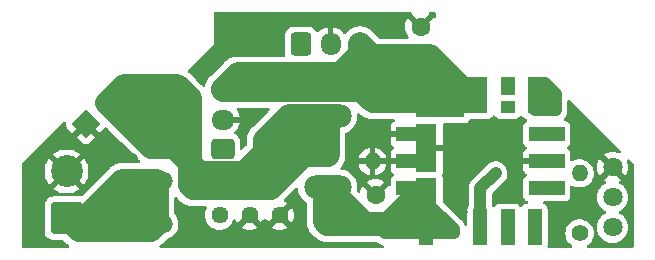
<source format=gbr>
%TF.GenerationSoftware,KiCad,Pcbnew,7.0.9*%
%TF.CreationDate,2024-06-22T14:59:43+09:00*%
%TF.ProjectId,PSU,5053552e-6b69-4636-9164-5f7063625858,rev?*%
%TF.SameCoordinates,Original*%
%TF.FileFunction,Copper,L1,Top*%
%TF.FilePolarity,Positive*%
%FSLAX46Y46*%
G04 Gerber Fmt 4.6, Leading zero omitted, Abs format (unit mm)*
G04 Created by KiCad (PCBNEW 7.0.9) date 2024-06-22 14:59:43*
%MOMM*%
%LPD*%
G01*
G04 APERTURE LIST*
G04 Aperture macros list*
%AMRoundRect*
0 Rectangle with rounded corners*
0 $1 Rounding radius*
0 $2 $3 $4 $5 $6 $7 $8 $9 X,Y pos of 4 corners*
0 Add a 4 corners polygon primitive as box body*
4,1,4,$2,$3,$4,$5,$6,$7,$8,$9,$2,$3,0*
0 Add four circle primitives for the rounded corners*
1,1,$1+$1,$2,$3*
1,1,$1+$1,$4,$5*
1,1,$1+$1,$6,$7*
1,1,$1+$1,$8,$9*
0 Add four rect primitives between the rounded corners*
20,1,$1+$1,$2,$3,$4,$5,0*
20,1,$1+$1,$4,$5,$6,$7,0*
20,1,$1+$1,$6,$7,$8,$9,0*
20,1,$1+$1,$8,$9,$2,$3,0*%
%AMHorizOval*
0 Thick line with rounded ends*
0 $1 width*
0 $2 $3 position (X,Y) of the first rounded end (center of the circle)*
0 $4 $5 position (X,Y) of the second rounded end (center of the circle)*
0 Add line between two ends*
20,1,$1,$2,$3,$4,$5,0*
0 Add two circle primitives to create the rounded ends*
1,1,$1,$2,$3*
1,1,$1,$4,$5*%
%AMRotRect*
0 Rectangle, with rotation*
0 The origin of the aperture is its center*
0 $1 length*
0 $2 width*
0 $3 Rotation angle, in degrees counterclockwise*
0 Add horizontal line*
21,1,$1,$2,0,0,$3*%
%AMOutline4P*
0 Free polygon, 4 corners , with rotation*
0 The origin of the aperture is its center*
0 number of corners: always 4*
0 $1 to $8 corner X, Y*
0 $9 Rotation angle, in degrees counterclockwise*
0 create outline with 4 corners*
4,1,4,$1,$2,$3,$4,$5,$6,$7,$8,$1,$2,$9*%
G04 Aperture macros list end*
%TA.AperFunction,ComponentPad*%
%ADD10C,1.600000*%
%TD*%
%TA.AperFunction,ComponentPad*%
%ADD11C,1.400000*%
%TD*%
%TA.AperFunction,ComponentPad*%
%ADD12O,1.400000X1.400000*%
%TD*%
%TA.AperFunction,ComponentPad*%
%ADD13C,1.635000*%
%TD*%
%TA.AperFunction,ComponentPad*%
%ADD14RotRect,1.700000X1.700000X135.000000*%
%TD*%
%TA.AperFunction,ComponentPad*%
%ADD15HorizOval,1.700000X0.000000X0.000000X0.000000X0.000000X0*%
%TD*%
%TA.AperFunction,ComponentPad*%
%ADD16RoundRect,0.250000X0.725000X-0.600000X0.725000X0.600000X-0.725000X0.600000X-0.725000X-0.600000X0*%
%TD*%
%TA.AperFunction,ComponentPad*%
%ADD17O,1.950000X1.700000*%
%TD*%
%TA.AperFunction,ComponentPad*%
%ADD18O,2.700000X1.500000*%
%TD*%
%TA.AperFunction,ComponentPad*%
%ADD19RoundRect,0.250001X1.099999X-1.099999X1.099999X1.099999X-1.099999X1.099999X-1.099999X-1.099999X0*%
%TD*%
%TA.AperFunction,ComponentPad*%
%ADD20C,2.700000*%
%TD*%
%TA.AperFunction,ComponentPad*%
%ADD21RoundRect,0.250000X-0.600000X-0.725000X0.600000X-0.725000X0.600000X0.725000X-0.600000X0.725000X0*%
%TD*%
%TA.AperFunction,ComponentPad*%
%ADD22O,1.700000X1.950000*%
%TD*%
%TA.AperFunction,ComponentPad*%
%ADD23C,1.440000*%
%TD*%
%TA.AperFunction,SMDPad,CuDef*%
%ADD24Outline4P,-1.500000X-0.600000X1.500000X-0.600000X1.500000X0.600000X-1.500000X0.600000X90.000000*%
%TD*%
%TA.AperFunction,SMDPad,CuDef*%
%ADD25Outline4P,-2.035000X-0.885000X2.035000X-0.885000X2.035000X0.885000X-2.035000X0.885000X90.000000*%
%TD*%
%TA.AperFunction,SMDPad,CuDef*%
%ADD26Outline4P,-0.600000X-1.500000X0.600000X-1.500000X0.600000X1.500000X-0.600000X1.500000X90.000000*%
%TD*%
%TA.AperFunction,SMDPad,CuDef*%
%ADD27Outline4P,-0.885000X-2.035000X0.885000X-2.035000X0.885000X2.035000X-0.885000X2.035000X90.000000*%
%TD*%
%TA.AperFunction,SMDPad,CuDef*%
%ADD28Outline4P,-0.750000X-0.600000X0.750000X-0.600000X0.750000X0.600000X-0.750000X0.600000X90.000000*%
%TD*%
%TA.AperFunction,SMDPad,CuDef*%
%ADD29Outline4P,-0.500000X-0.600000X0.500000X-0.600000X0.500000X0.600000X-0.500000X0.600000X90.000000*%
%TD*%
%TA.AperFunction,ComponentPad*%
%ADD30O,4.000000X2.000000*%
%TD*%
%TA.AperFunction,ViaPad*%
%ADD31C,0.800000*%
%TD*%
%TA.AperFunction,Conductor*%
%ADD32C,2.000000*%
%TD*%
%TA.AperFunction,Conductor*%
%ADD33C,1.000000*%
%TD*%
G04 APERTURE END LIST*
D10*
%TO.P,C2,1*%
%TO.N,+5V*%
X160274000Y-82550000D03*
%TO.P,C2,2*%
%TO.N,GND*%
X160274000Y-80050000D03*
%TD*%
%TO.P,C1,1*%
%TO.N,+12V*%
X156464000Y-96754000D03*
%TO.P,C1,2*%
%TO.N,GND*%
X156464000Y-94254000D03*
%TD*%
D11*
%TO.P,R1,1*%
%TO.N,+12V*%
X173736000Y-97536000D03*
D12*
%TO.P,R1,2*%
%TO.N,Net-(U1-ON{slash}OFF_CTRL)*%
X173736000Y-92456000D03*
%TD*%
D13*
%TO.P,SW1,1*%
%TO.N,GND*%
X176530000Y-91948000D03*
%TO.P,SW1,2*%
%TO.N,Net-(U1-ON{slash}OFF_CTRL)*%
X176530000Y-94488000D03*
%TO.P,SW1,3*%
%TO.N,N/C*%
X176530000Y-97028000D03*
%TD*%
D14*
%TO.P,MES1,1,-*%
%TO.N,GND*%
X131940439Y-88277562D03*
D15*
%TO.P,MES1,2,+*%
%TO.N,Net-(D1-K)*%
X133736490Y-86481511D03*
%TD*%
D16*
%TO.P,J1,1,Pin_1*%
%TO.N,+12V*%
X143510000Y-90424000D03*
D17*
%TO.P,J1,2,Pin_2*%
%TO.N,GND*%
X143510000Y-87924000D03*
%TO.P,J1,3,Pin_3*%
%TO.N,+5V*%
X143510000Y-85424000D03*
%TD*%
D18*
%TO.P,F1,1*%
%TO.N,Net-(BT1-+)*%
X137922000Y-96774000D03*
X137922000Y-93074000D03*
%TO.P,F1,2*%
%TO.N,Net-(D1-K)*%
X137922000Y-88774000D03*
X137922000Y-85074000D03*
%TD*%
D11*
%TO.P,R2,1*%
%TO.N,+5V*%
X156210000Y-86360000D03*
D12*
%TO.P,R2,2*%
%TO.N,GND*%
X156210000Y-91440000D03*
%TD*%
D19*
%TO.P,BT1,1,+*%
%TO.N,Net-(BT1-+)*%
X130302000Y-96266000D03*
D20*
%TO.P,BT1,2,-*%
%TO.N,GND*%
X130302000Y-92306000D03*
%TD*%
D21*
%TO.P,J2,1,Pin_1*%
%TO.N,+12V*%
X150154000Y-81517000D03*
D22*
%TO.P,J2,2,Pin_2*%
%TO.N,GND*%
X152654000Y-81517000D03*
%TO.P,J2,3,Pin_3*%
%TO.N,+5V*%
X155154000Y-81517000D03*
%TD*%
D23*
%TO.P,RV1,1,1*%
%TO.N,GND*%
X148336000Y-96012000D03*
%TO.P,RV1,2,2*%
X145796000Y-96012000D03*
%TO.P,RV1,3,3*%
%TO.N,Net-(U1-TRIM)*%
X143256000Y-96012000D03*
%TD*%
D24*
%TO.P,U1,1,ON/OFF_CTRL*%
%TO.N,Net-(U1-ON{slash}OFF_CTRL)*%
X165350000Y-97040000D03*
%TO.P,U1,2,VIN*%
%TO.N,+12V*%
X160770000Y-97040000D03*
D25*
X160770000Y-94875000D03*
D26*
X159750000Y-93730000D03*
%TO.P,U1,3,GND*%
%TO.N,GND*%
X159750000Y-91440000D03*
D25*
X160770000Y-90295000D03*
D26*
X159750000Y-89150000D03*
D27*
%TO.P,U1,4,VOUT*%
%TO.N,+5V*%
X161915000Y-86840000D03*
D24*
X160770000Y-85840000D03*
%TO.P,U1,5,SENSE*%
X165350000Y-85840000D03*
%TO.P,U1,6,TRIM*%
%TO.N,Net-(U1-TRIM)*%
X169930000Y-85840000D03*
D26*
%TO.P,U1,7,GND*%
%TO.N,GND*%
X170950000Y-91440000D03*
%TO.P,U1,8*%
%TO.N,N/C*%
X170950000Y-93730000D03*
D24*
%TO.P,U1,9*%
X169930000Y-97040000D03*
%TO.P,U1,10,PG_OUT*%
%TO.N,unconnected-(U1-PG_OUT-Pad10)*%
X167640000Y-97040000D03*
D28*
%TO.P,U1,11*%
%TO.N,N/C*%
X167640000Y-85090000D03*
D26*
%TO.P,U1,12*%
X170950000Y-89150000D03*
D29*
%TO.P,U1,13*%
X167640000Y-86840000D03*
%TD*%
D30*
%TO.P,SW2,1*%
%TO.N,Net-(D1-K)*%
X152400000Y-87630000D03*
%TO.P,SW2,2*%
%TO.N,+12V*%
X152400000Y-93630000D03*
%TD*%
D31*
%TO.N,GND*%
X133604000Y-89408000D03*
X175006000Y-95758000D03*
X173482000Y-90678000D03*
X175260000Y-90678000D03*
X127000000Y-98044000D03*
X143510000Y-98298000D03*
X175260000Y-98298000D03*
X127000000Y-91948000D03*
X155194000Y-92710000D03*
X157226000Y-92710000D03*
X157226000Y-89154000D03*
X177800000Y-98298000D03*
X154432000Y-89408000D03*
X167640000Y-94234000D03*
X168148000Y-88392000D03*
X155194000Y-88138000D03*
X171704000Y-95504000D03*
X132842000Y-92202000D03*
X158242000Y-80010000D03*
X154432000Y-91440000D03*
X173228000Y-87376000D03*
X139446000Y-98298000D03*
X127000000Y-94996000D03*
X174244000Y-89154000D03*
X162560000Y-88646000D03*
X147066000Y-79502000D03*
X150114000Y-96266000D03*
X153924000Y-79502000D03*
X162560000Y-94234000D03*
X141478000Y-95758000D03*
X177800000Y-93218000D03*
X165608000Y-91440000D03*
X162560000Y-90170000D03*
X139954000Y-95504000D03*
X163830000Y-95758000D03*
X151638000Y-79502000D03*
X129794000Y-89662000D03*
X147066000Y-96774000D03*
X165354000Y-88392000D03*
X173482000Y-94234000D03*
X177800000Y-95758000D03*
X144780000Y-82042000D03*
X135890000Y-91186000D03*
X143256000Y-79248000D03*
X141478000Y-84074000D03*
%TO.N,+12V*%
X163068000Y-97536000D03*
%TO.N,Net-(U1-ON{slash}OFF_CTRL)*%
X166624000Y-92456000D03*
%TO.N,Net-(U1-TRIM)*%
X171704000Y-87122000D03*
%TD*%
D32*
%TO.N,Net-(BT1-+)*%
X133731000Y-94361000D02*
X135018000Y-93074000D01*
X130302000Y-96266000D02*
X137414000Y-96266000D01*
X131826000Y-96266000D02*
X133731000Y-94361000D01*
X137414000Y-96266000D02*
X137922000Y-96774000D01*
X136398000Y-94742000D02*
X136017000Y-94361000D01*
X136017000Y-94361000D02*
X133731000Y-94361000D01*
X135018000Y-93074000D02*
X137922000Y-93074000D01*
X134874000Y-96266000D02*
X136398000Y-94742000D01*
X130302000Y-96266000D02*
X131318000Y-97282000D01*
X137922000Y-96774000D02*
X137922000Y-93074000D01*
X131318000Y-97282000D02*
X137414000Y-97282000D01*
X130302000Y-96266000D02*
X134874000Y-96266000D01*
X130302000Y-96266000D02*
X131826000Y-96266000D01*
X137414000Y-97282000D02*
X137922000Y-96774000D01*
D33*
%TO.N,+12V*%
X157480000Y-96754000D02*
X158008000Y-97282000D01*
X163068000Y-97536000D02*
X162020000Y-97536000D01*
X163068000Y-97536000D02*
X157246000Y-97536000D01*
X157246000Y-97536000D02*
X156464000Y-96754000D01*
D32*
X156464000Y-96754000D02*
X157480000Y-96754000D01*
X152400000Y-93630000D02*
X155524000Y-96754000D01*
X152400000Y-93630000D02*
X152146000Y-93884000D01*
D33*
X163068000Y-97173000D02*
X160770000Y-94875000D01*
D32*
X152146000Y-96520000D02*
X152380000Y-96754000D01*
D33*
X162020000Y-97536000D02*
X159359000Y-94875000D01*
D32*
X155524000Y-96754000D02*
X156464000Y-96754000D01*
X152146000Y-93884000D02*
X152146000Y-96520000D01*
X157480000Y-96754000D02*
X159278000Y-96754000D01*
D33*
X160528000Y-97282000D02*
X160770000Y-97040000D01*
X163068000Y-97536000D02*
X163068000Y-97173000D01*
X158008000Y-97282000D02*
X160528000Y-97282000D01*
D32*
X152380000Y-96754000D02*
X156464000Y-96754000D01*
X157480000Y-96754000D02*
X159359000Y-94875000D01*
X159278000Y-96754000D02*
X159766000Y-96266000D01*
%TO.N,+5V*%
X143510000Y-85424000D02*
X155274000Y-85424000D01*
X157965000Y-84328000D02*
X160770000Y-84328000D01*
X161036000Y-82550000D02*
X160274000Y-82550000D01*
X157976000Y-85840000D02*
X160770000Y-85840000D01*
X143510000Y-85424000D02*
X143510000Y-85344000D01*
X156187000Y-82550000D02*
X160274000Y-82550000D01*
X160770000Y-83046000D02*
X160274000Y-82550000D01*
X155154000Y-81517000D02*
X157965000Y-84328000D01*
X143510000Y-85344000D02*
X144780000Y-84074000D01*
X160770000Y-85090000D02*
X160770000Y-84328000D01*
X153416000Y-84074000D02*
X155154000Y-82336000D01*
X155154000Y-81517000D02*
X155154000Y-85304000D01*
X163576000Y-85090000D02*
X160770000Y-85090000D01*
X156210000Y-86360000D02*
X164830000Y-86360000D01*
X155154000Y-81517000D02*
X156187000Y-82550000D01*
X156210000Y-84074000D02*
X157976000Y-85840000D01*
X155154000Y-85304000D02*
X156210000Y-86360000D01*
X144780000Y-84074000D02*
X153416000Y-84074000D01*
X160770000Y-84328000D02*
X160770000Y-83046000D01*
X155154000Y-82336000D02*
X155154000Y-81517000D01*
X155274000Y-85424000D02*
X156210000Y-86360000D01*
X160770000Y-85840000D02*
X160770000Y-85090000D01*
X163830000Y-85344000D02*
X163576000Y-85090000D01*
X163830000Y-85344000D02*
X161036000Y-82550000D01*
X164846000Y-85344000D02*
X163830000Y-85344000D01*
%TO.N,Net-(D1-K)*%
X140208000Y-91060000D02*
X142874000Y-93726000D01*
X149098000Y-90932000D02*
X148590000Y-91440000D01*
X140716000Y-86106000D02*
X140716000Y-91568000D01*
X137922000Y-86614000D02*
X137922000Y-87630000D01*
X140208000Y-91060000D02*
X140716000Y-91568000D01*
X147574000Y-93726000D02*
X150368000Y-90932000D01*
X147556000Y-92474000D02*
X148463000Y-91567000D01*
X148463000Y-88265000D02*
X149479000Y-88265000D01*
X133736490Y-86481511D02*
X137789511Y-86481511D01*
X150368000Y-90932000D02*
X149098000Y-90932000D01*
X137789511Y-86481511D02*
X137922000Y-86614000D01*
X137922000Y-88774000D02*
X139382000Y-90234000D01*
X150622000Y-89408000D02*
X152400000Y-87630000D01*
X140716000Y-93472000D02*
X140970000Y-93726000D01*
X135890000Y-88635021D02*
X135890000Y-88646000D01*
X137794000Y-88646000D02*
X137922000Y-88774000D01*
X133736490Y-86481511D02*
X135890000Y-88635021D01*
X148590000Y-91440000D02*
X150622000Y-89408000D01*
X148463000Y-91567000D02*
X148463000Y-88265000D01*
X137922000Y-85074000D02*
X139684000Y-85074000D01*
X139684000Y-85074000D02*
X140208000Y-85598000D01*
X145288000Y-92474000D02*
X147066000Y-90696000D01*
X133736490Y-86481511D02*
X135144000Y-85074000D01*
X147556000Y-92474000D02*
X148590000Y-91440000D01*
X142874000Y-93726000D02*
X147574000Y-93726000D01*
X147066000Y-90696000D02*
X147066000Y-89662000D01*
X137488979Y-90234000D02*
X139382000Y-90234000D01*
X152400000Y-90932000D02*
X150368000Y-90932000D01*
X135144000Y-85074000D02*
X137922000Y-85074000D01*
X135890000Y-88646000D02*
X137794000Y-88646000D01*
X140716000Y-91568000D02*
X140716000Y-93472000D01*
X147066000Y-89662000D02*
X148463000Y-88265000D01*
X149479000Y-88265000D02*
X150622000Y-89408000D01*
X140208000Y-91060000D02*
X141622000Y-92474000D01*
X140208000Y-85598000D02*
X140716000Y-86106000D01*
X139382000Y-90234000D02*
X141622000Y-92474000D01*
X137922000Y-87630000D02*
X137922000Y-88774000D01*
X137922000Y-85074000D02*
X137922000Y-86106000D01*
X137922000Y-85074000D02*
X137922000Y-86614000D01*
X140208000Y-85598000D02*
X140208000Y-88392000D01*
X152400000Y-87630000D02*
X152400000Y-90932000D01*
X137922000Y-86106000D02*
X140208000Y-88392000D01*
X149098000Y-87630000D02*
X152400000Y-87630000D01*
X148463000Y-88265000D02*
X149098000Y-87630000D01*
X133736490Y-86481511D02*
X137488979Y-90234000D01*
X141622000Y-92474000D02*
X145288000Y-92474000D01*
X145288000Y-92474000D02*
X147556000Y-92474000D01*
X134884979Y-87630000D02*
X137922000Y-87630000D01*
X140970000Y-93726000D02*
X142874000Y-93726000D01*
X133736490Y-86481511D02*
X134884979Y-87630000D01*
X140716000Y-91568000D02*
X141622000Y-92474000D01*
D33*
%TO.N,Net-(U1-ON{slash}OFF_CTRL)*%
X165350000Y-93730000D02*
X166624000Y-92456000D01*
X165350000Y-97040000D02*
X165350000Y-93730000D01*
%TO.N,Net-(U1-TRIM)*%
X169930000Y-85840000D02*
X169930000Y-84840000D01*
X170688000Y-84836000D02*
X170784333Y-84836000D01*
X169930000Y-87122000D02*
X169930000Y-85840000D01*
X171704000Y-86360000D02*
X170434000Y-85090000D01*
X171212000Y-87122000D02*
X169930000Y-85840000D01*
X170434000Y-85090000D02*
X170688000Y-84836000D01*
X169930000Y-85840000D02*
X169930000Y-85594000D01*
X171704000Y-87122000D02*
X171704000Y-86360000D01*
X171704000Y-87122000D02*
X169930000Y-87122000D01*
X170784333Y-84836000D02*
X171704000Y-85755667D01*
X171704000Y-87122000D02*
X171212000Y-87122000D01*
X169930000Y-84840000D02*
X169926000Y-84836000D01*
X169930000Y-85594000D02*
X170434000Y-85090000D01*
X171704000Y-85755667D02*
X171704000Y-87122000D01*
%TD*%
%TA.AperFunction,Conductor*%
%TO.N,GND*%
G36*
X130162168Y-88085613D02*
G01*
X130218101Y-88127485D01*
X130242518Y-88192949D01*
X130241572Y-88219441D01*
X130233216Y-88277561D01*
X130253676Y-88419875D01*
X130253677Y-88419880D01*
X130313403Y-88550659D01*
X130350983Y-88597294D01*
X130809068Y-89055379D01*
X131457361Y-88407085D01*
X131480946Y-88487406D01*
X131558678Y-88608360D01*
X131667339Y-88702514D01*
X131798124Y-88762242D01*
X131807905Y-88763648D01*
X131162621Y-89408932D01*
X131620706Y-89867017D01*
X131667341Y-89904597D01*
X131798120Y-89964323D01*
X131798125Y-89964324D01*
X131940439Y-89984784D01*
X132082752Y-89964324D01*
X132082757Y-89964323D01*
X132213536Y-89904597D01*
X132260171Y-89867017D01*
X132718256Y-89408932D01*
X132718256Y-89408931D01*
X132072972Y-88763648D01*
X132082754Y-88762242D01*
X132213539Y-88702514D01*
X132322200Y-88608360D01*
X132399932Y-88487406D01*
X132423515Y-88407086D01*
X133071808Y-89055379D01*
X133071809Y-89055379D01*
X133529890Y-88597298D01*
X133529896Y-88597291D01*
X133532678Y-88593840D01*
X133590068Y-88553990D01*
X133659894Y-88551494D01*
X133716913Y-88583962D01*
X133755363Y-88622412D01*
X133760452Y-88628174D01*
X133777241Y-88649744D01*
X133777243Y-88649746D01*
X133777244Y-88649747D01*
X133845900Y-88712950D01*
X134075282Y-88942331D01*
X134692444Y-89559493D01*
X134697527Y-89565249D01*
X134701836Y-89570785D01*
X134742273Y-89614712D01*
X134745586Y-89618623D01*
X134782262Y-89665744D01*
X134782264Y-89665746D01*
X134782265Y-89665747D01*
X134782268Y-89665751D01*
X134801155Y-89683137D01*
X134826214Y-89706205D01*
X134829804Y-89709796D01*
X134843083Y-89724221D01*
X134870248Y-89753731D01*
X134870256Y-89753738D01*
X134917381Y-89790417D01*
X134921286Y-89793724D01*
X134965215Y-89834164D01*
X134965221Y-89834168D01*
X134970744Y-89838467D01*
X134976511Y-89843560D01*
X136359363Y-91226412D01*
X136364452Y-91232174D01*
X136381241Y-91253744D01*
X136381243Y-91253746D01*
X136381244Y-91253747D01*
X136449900Y-91316950D01*
X136471845Y-91338894D01*
X136471845Y-91338895D01*
X136490716Y-91354878D01*
X136529151Y-91413226D01*
X136529938Y-91483092D01*
X136492829Y-91542292D01*
X136429604Y-91572031D01*
X136410575Y-91573500D01*
X135115019Y-91573500D01*
X135107347Y-91573024D01*
X135080221Y-91569643D01*
X135080219Y-91569643D01*
X134986965Y-91573500D01*
X134955933Y-91573500D01*
X134925009Y-91576062D01*
X134831763Y-91579919D01*
X134831750Y-91579920D01*
X134805016Y-91585526D01*
X134797408Y-91586635D01*
X134770185Y-91588890D01*
X134770175Y-91588892D01*
X134679711Y-91611801D01*
X134588395Y-91630948D01*
X134588379Y-91630953D01*
X134562935Y-91640881D01*
X134555616Y-91643226D01*
X134529120Y-91649936D01*
X134443659Y-91687422D01*
X134356723Y-91721345D01*
X134333247Y-91735333D01*
X134326413Y-91738851D01*
X134301388Y-91749829D01*
X134301385Y-91749830D01*
X134223275Y-91800862D01*
X134143101Y-91848637D01*
X134122250Y-91866297D01*
X134116087Y-91870892D01*
X134093216Y-91885834D01*
X134066468Y-91910458D01*
X134024564Y-91949033D01*
X134005376Y-91965284D01*
X134000869Y-91969102D01*
X133978922Y-91991049D01*
X133910262Y-92054256D01*
X133893471Y-92075826D01*
X133888382Y-92081588D01*
X132713874Y-93256098D01*
X132691921Y-93278050D01*
X132623262Y-93341256D01*
X132606471Y-93362827D01*
X132601382Y-93368588D01*
X131586639Y-94383331D01*
X131525316Y-94416816D01*
X131486359Y-94419008D01*
X131452024Y-94415501D01*
X131452013Y-94415500D01*
X131452008Y-94415500D01*
X129151992Y-94415500D01*
X129151984Y-94415500D01*
X129049204Y-94426000D01*
X129049203Y-94426001D01*
X128882664Y-94481186D01*
X128882662Y-94481187D01*
X128733348Y-94573286D01*
X128733344Y-94573289D01*
X128609289Y-94697344D01*
X128609286Y-94697348D01*
X128517187Y-94846662D01*
X128517186Y-94846664D01*
X128462001Y-95013203D01*
X128462000Y-95013204D01*
X128451500Y-95115984D01*
X128451500Y-97416015D01*
X128462000Y-97518795D01*
X128462001Y-97518797D01*
X128489593Y-97602065D01*
X128517186Y-97685335D01*
X128517187Y-97685337D01*
X128609286Y-97834651D01*
X128609289Y-97834655D01*
X128733344Y-97958710D01*
X128733348Y-97958713D01*
X128882662Y-98050812D01*
X128882664Y-98050813D01*
X128882666Y-98050814D01*
X129049203Y-98105999D01*
X129151992Y-98116500D01*
X129979110Y-98116500D01*
X130046149Y-98136185D01*
X130066791Y-98152819D01*
X130188384Y-98274412D01*
X130193473Y-98280174D01*
X130210262Y-98301744D01*
X130210264Y-98301746D01*
X130210265Y-98301747D01*
X130278921Y-98364950D01*
X130300866Y-98386894D01*
X130300874Y-98386902D01*
X130324564Y-98406966D01*
X130393215Y-98470164D01*
X130393217Y-98470165D01*
X130393218Y-98470166D01*
X130416086Y-98485106D01*
X130422250Y-98489702D01*
X130432193Y-98498123D01*
X130443107Y-98507367D01*
X130502869Y-98542978D01*
X130550383Y-98594205D01*
X130562659Y-98662987D01*
X130535800Y-98727488D01*
X130478332Y-98767228D01*
X130439395Y-98773500D01*
X126616000Y-98773500D01*
X126548961Y-98753815D01*
X126503206Y-98701011D01*
X126492000Y-98649500D01*
X126492000Y-92306001D01*
X128447274Y-92306001D01*
X128466152Y-92569960D01*
X128522400Y-92828528D01*
X128614884Y-93076487D01*
X128741701Y-93308735D01*
X128741706Y-93308743D01*
X128829038Y-93425406D01*
X128829039Y-93425406D01*
X129550766Y-92703679D01*
X129594316Y-92785822D01*
X129714009Y-92926735D01*
X129861195Y-93038623D01*
X129903402Y-93058150D01*
X129182592Y-93778959D01*
X129182593Y-93778960D01*
X129299256Y-93866293D01*
X129299264Y-93866298D01*
X129531513Y-93993115D01*
X129531512Y-93993115D01*
X129779471Y-94085599D01*
X130038039Y-94141847D01*
X130301999Y-94160726D01*
X130302001Y-94160726D01*
X130565960Y-94141847D01*
X130824528Y-94085599D01*
X131072487Y-93993115D01*
X131304735Y-93866298D01*
X131304736Y-93866297D01*
X131421406Y-93778959D01*
X130700609Y-93058161D01*
X130819431Y-92986669D01*
X130953658Y-92859523D01*
X131056861Y-92707308D01*
X131774959Y-93425406D01*
X131862297Y-93308736D01*
X131862298Y-93308735D01*
X131989115Y-93076487D01*
X132081599Y-92828528D01*
X132137847Y-92569960D01*
X132156726Y-92306001D01*
X132156726Y-92305998D01*
X132137847Y-92042039D01*
X132081599Y-91783471D01*
X131989115Y-91535512D01*
X131862298Y-91303264D01*
X131862293Y-91303256D01*
X131774960Y-91186593D01*
X131774959Y-91186592D01*
X131053232Y-91908319D01*
X131009684Y-91826178D01*
X130889991Y-91685265D01*
X130742805Y-91573377D01*
X130700596Y-91553849D01*
X131421406Y-90833039D01*
X131421406Y-90833038D01*
X131304743Y-90745706D01*
X131304735Y-90745701D01*
X131072486Y-90618884D01*
X131072487Y-90618884D01*
X130824528Y-90526400D01*
X130565960Y-90470152D01*
X130302001Y-90451274D01*
X130301999Y-90451274D01*
X130038039Y-90470152D01*
X129779471Y-90526400D01*
X129531512Y-90618884D01*
X129299264Y-90745701D01*
X129182593Y-90833039D01*
X129903391Y-91553837D01*
X129784569Y-91625331D01*
X129650342Y-91752477D01*
X129547138Y-91904691D01*
X128829039Y-91186593D01*
X128741701Y-91303264D01*
X128614884Y-91535512D01*
X128522400Y-91783471D01*
X128466152Y-92042039D01*
X128447274Y-92305998D01*
X128447274Y-92306001D01*
X126492000Y-92306001D01*
X126492000Y-91704629D01*
X126511685Y-91637590D01*
X126528314Y-91616953D01*
X130031153Y-88114113D01*
X130092476Y-88080629D01*
X130162168Y-88085613D01*
G37*
%TD.AperFunction*%
%TA.AperFunction,Conductor*%
G36*
X149827025Y-93697516D02*
G01*
X149882958Y-93739388D01*
X149906000Y-93793289D01*
X149940429Y-93999616D01*
X150021169Y-94234802D01*
X150021172Y-94234811D01*
X150130853Y-94437483D01*
X150139526Y-94453509D01*
X150292262Y-94649744D01*
X150475215Y-94818164D01*
X150589322Y-94892713D01*
X150634678Y-94945858D01*
X150645500Y-94996521D01*
X150645500Y-96422981D01*
X150645024Y-96430651D01*
X150641771Y-96456752D01*
X150641643Y-96457779D01*
X150645500Y-96551035D01*
X150645500Y-96582064D01*
X150648062Y-96612990D01*
X150651918Y-96706233D01*
X150657526Y-96732983D01*
X150658635Y-96740590D01*
X150660891Y-96767818D01*
X150660891Y-96767819D01*
X150668919Y-96799519D01*
X150683801Y-96858288D01*
X150702951Y-96949614D01*
X150702952Y-96949616D01*
X150712882Y-96975067D01*
X150715227Y-96982387D01*
X150721937Y-97008881D01*
X150759420Y-97094335D01*
X150793344Y-97181275D01*
X150807332Y-97204750D01*
X150810852Y-97211588D01*
X150821825Y-97236604D01*
X150821827Y-97236607D01*
X150872860Y-97314720D01*
X150920634Y-97394894D01*
X150938296Y-97415747D01*
X150942887Y-97421904D01*
X150957836Y-97444785D01*
X150957837Y-97444786D01*
X151021033Y-97513435D01*
X151041100Y-97537129D01*
X151063049Y-97559078D01*
X151126257Y-97627739D01*
X151147822Y-97644524D01*
X151153587Y-97649615D01*
X151250384Y-97746412D01*
X151255473Y-97752174D01*
X151272262Y-97773744D01*
X151272264Y-97773746D01*
X151272265Y-97773747D01*
X151340921Y-97836950D01*
X151355800Y-97851828D01*
X151362874Y-97858902D01*
X151386564Y-97878966D01*
X151455215Y-97942164D01*
X151455217Y-97942165D01*
X151455218Y-97942166D01*
X151478086Y-97957106D01*
X151484250Y-97961702D01*
X151505106Y-97979366D01*
X151515513Y-97985567D01*
X151585278Y-98027139D01*
X151625622Y-98053496D01*
X151663393Y-98078173D01*
X151688412Y-98089147D01*
X151695243Y-98092663D01*
X151708657Y-98100656D01*
X151718720Y-98106653D01*
X151718730Y-98106658D01*
X151805663Y-98140579D01*
X151833568Y-98152819D01*
X151891119Y-98178063D01*
X151915908Y-98184340D01*
X151917609Y-98184771D01*
X151924932Y-98187116D01*
X151950386Y-98197049D01*
X152041711Y-98216198D01*
X152132179Y-98239108D01*
X152132184Y-98239108D01*
X152132187Y-98239109D01*
X152159406Y-98241364D01*
X152167016Y-98242473D01*
X152181880Y-98245589D01*
X152193763Y-98248081D01*
X152287009Y-98251937D01*
X152317933Y-98254500D01*
X152317934Y-98254500D01*
X152348965Y-98254500D01*
X152442221Y-98258357D01*
X152469347Y-98254975D01*
X152477019Y-98254500D01*
X155461933Y-98254500D01*
X155492974Y-98254500D01*
X155586221Y-98258357D01*
X155602914Y-98256276D01*
X155613342Y-98254977D01*
X155621018Y-98254500D01*
X156401933Y-98254500D01*
X156495378Y-98254500D01*
X156562417Y-98274185D01*
X156585252Y-98293068D01*
X156590940Y-98299052D01*
X156590947Y-98299058D01*
X156625053Y-98322795D01*
X156641303Y-98334106D01*
X156645044Y-98336926D01*
X156692593Y-98375698D01*
X156723045Y-98391604D01*
X156729758Y-98395672D01*
X156757951Y-98415295D01*
X156814329Y-98439489D01*
X156818578Y-98441507D01*
X156872951Y-98469909D01*
X156900489Y-98477788D01*
X156905974Y-98479358D01*
X156913368Y-98481990D01*
X156944942Y-98495540D01*
X156944945Y-98495540D01*
X156944946Y-98495541D01*
X157005022Y-98507887D01*
X157009600Y-98509010D01*
X157025027Y-98513424D01*
X157068582Y-98525887D01*
X157068584Y-98525887D01*
X157068587Y-98525888D01*
X157074772Y-98526997D01*
X157074545Y-98528260D01*
X157133546Y-98550574D01*
X157175161Y-98606699D01*
X157179826Y-98676413D01*
X157146061Y-98737582D01*
X157084585Y-98770786D01*
X157058782Y-98773500D01*
X138292605Y-98773500D01*
X138225566Y-98753815D01*
X138179811Y-98701011D01*
X138169867Y-98631853D01*
X138198892Y-98568297D01*
X138229131Y-98542978D01*
X138265947Y-98521039D01*
X138288894Y-98507366D01*
X138309754Y-98489697D01*
X138315894Y-98485117D01*
X138338785Y-98470164D01*
X138407435Y-98406966D01*
X138431126Y-98386902D01*
X138453078Y-98364949D01*
X138521738Y-98301744D01*
X138538527Y-98280172D01*
X138543609Y-98274417D01*
X138809318Y-98008708D01*
X138864005Y-97976860D01*
X138963170Y-97949493D01*
X139165973Y-97851829D01*
X139348078Y-97719522D01*
X139503632Y-97556825D01*
X139627635Y-97368968D01*
X139684187Y-97236660D01*
X139716100Y-97161995D01*
X139716099Y-97161995D01*
X139716103Y-97161988D01*
X139766191Y-96942537D01*
X139776290Y-96717670D01*
X139746075Y-96494613D01*
X139676517Y-96280536D01*
X139569852Y-96082319D01*
X139449552Y-95931469D01*
X139423145Y-95866783D01*
X139422500Y-95854157D01*
X139422500Y-94600144D01*
X139442185Y-94533105D01*
X139494989Y-94487350D01*
X139564147Y-94477406D01*
X139627703Y-94506431D01*
X139637722Y-94516154D01*
X139696256Y-94579738D01*
X139706982Y-94588086D01*
X139717822Y-94596524D01*
X139723587Y-94601615D01*
X139840384Y-94718412D01*
X139845473Y-94724174D01*
X139862262Y-94745744D01*
X139862264Y-94745746D01*
X139862265Y-94745747D01*
X139930921Y-94808950D01*
X139942547Y-94820575D01*
X139952874Y-94830902D01*
X139976564Y-94850966D01*
X140045215Y-94914164D01*
X140045217Y-94914165D01*
X140045218Y-94914166D01*
X140068086Y-94929106D01*
X140074250Y-94933702D01*
X140095106Y-94951366D01*
X140127505Y-94970671D01*
X140175278Y-94999139D01*
X140196807Y-95013204D01*
X140253393Y-95050173D01*
X140278412Y-95061147D01*
X140285243Y-95064663D01*
X140295343Y-95070681D01*
X140308720Y-95078653D01*
X140308730Y-95078658D01*
X140395663Y-95112579D01*
X140433147Y-95129020D01*
X140481119Y-95150063D01*
X140505908Y-95156340D01*
X140507609Y-95156771D01*
X140514932Y-95159116D01*
X140540386Y-95169049D01*
X140631702Y-95188196D01*
X140722179Y-95211108D01*
X140749415Y-95213364D01*
X140757018Y-95214471D01*
X140783763Y-95220080D01*
X140876994Y-95223936D01*
X140907933Y-95226500D01*
X140907935Y-95226500D01*
X140938974Y-95226500D01*
X141032221Y-95230357D01*
X141048914Y-95228276D01*
X141059342Y-95226977D01*
X141067018Y-95226500D01*
X142080972Y-95226500D01*
X142148011Y-95246185D01*
X142193766Y-95298989D01*
X142203710Y-95368147D01*
X142193354Y-95402901D01*
X142179545Y-95432517D01*
X142104724Y-95592968D01*
X142104721Y-95592977D01*
X142049452Y-95799247D01*
X142049450Y-95799258D01*
X142030838Y-96011998D01*
X142030838Y-96012001D01*
X142049450Y-96224741D01*
X142049452Y-96224752D01*
X142104721Y-96431022D01*
X142104723Y-96431026D01*
X142104724Y-96431030D01*
X142147171Y-96522058D01*
X142194977Y-96624578D01*
X142317472Y-96799521D01*
X142468478Y-96950527D01*
X142468481Y-96950529D01*
X142643419Y-97073021D01*
X142643421Y-97073022D01*
X142643420Y-97073022D01*
X142694063Y-97096637D01*
X142836970Y-97163276D01*
X143043253Y-97218549D01*
X143195215Y-97231844D01*
X143255998Y-97237162D01*
X143256000Y-97237162D01*
X143256002Y-97237162D01*
X143309186Y-97232508D01*
X143468747Y-97218549D01*
X143675030Y-97163276D01*
X143868581Y-97073021D01*
X144043519Y-96950529D01*
X144194529Y-96799519D01*
X144317021Y-96624581D01*
X144407276Y-96431030D01*
X144407280Y-96431013D01*
X144409130Y-96425936D01*
X144410981Y-96426609D01*
X144442847Y-96374328D01*
X144505694Y-96343797D01*
X144575069Y-96352091D01*
X144628948Y-96396575D01*
X144642430Y-96426095D01*
X144643342Y-96425764D01*
X144645197Y-96430859D01*
X144735412Y-96624328D01*
X144735413Y-96624330D01*
X144774415Y-96680030D01*
X144774415Y-96680031D01*
X145398046Y-96056400D01*
X145410835Y-96137148D01*
X145468359Y-96250045D01*
X145557955Y-96339641D01*
X145670852Y-96397165D01*
X145751599Y-96409953D01*
X145127967Y-97033583D01*
X145183670Y-97072586D01*
X145377140Y-97162802D01*
X145377146Y-97162805D01*
X145583337Y-97218054D01*
X145583345Y-97218055D01*
X145795998Y-97236660D01*
X145796002Y-97236660D01*
X146008654Y-97218055D01*
X146008662Y-97218054D01*
X146214853Y-97162805D01*
X146214859Y-97162802D01*
X146408330Y-97072586D01*
X146408336Y-97072582D01*
X146464031Y-97033584D01*
X145840401Y-96409953D01*
X145921148Y-96397165D01*
X146034045Y-96339641D01*
X146123641Y-96250045D01*
X146181165Y-96137148D01*
X146193953Y-96056400D01*
X146817584Y-96680031D01*
X146856582Y-96624336D01*
X146856586Y-96624330D01*
X146946802Y-96430859D01*
X146948658Y-96425764D01*
X146950287Y-96426357D01*
X146982588Y-96373361D01*
X147045435Y-96342830D01*
X147114810Y-96351124D01*
X147168689Y-96395608D01*
X147182586Y-96426039D01*
X147183342Y-96425764D01*
X147185197Y-96430859D01*
X147275412Y-96624328D01*
X147275413Y-96624330D01*
X147314415Y-96680030D01*
X147314415Y-96680031D01*
X147938046Y-96056399D01*
X147950835Y-96137148D01*
X148008359Y-96250045D01*
X148097955Y-96339641D01*
X148210852Y-96397165D01*
X148291599Y-96409953D01*
X147667967Y-97033583D01*
X147723670Y-97072586D01*
X147917140Y-97162802D01*
X147917146Y-97162805D01*
X148123337Y-97218054D01*
X148123345Y-97218055D01*
X148335998Y-97236660D01*
X148336002Y-97236660D01*
X148548654Y-97218055D01*
X148548662Y-97218054D01*
X148754853Y-97162805D01*
X148754859Y-97162802D01*
X148948330Y-97072586D01*
X148948336Y-97072582D01*
X149004031Y-97033584D01*
X148380401Y-96409953D01*
X148461148Y-96397165D01*
X148574045Y-96339641D01*
X148663641Y-96250045D01*
X148721165Y-96137148D01*
X148733953Y-96056400D01*
X149357584Y-96680031D01*
X149396582Y-96624336D01*
X149396586Y-96624330D01*
X149486802Y-96430859D01*
X149486805Y-96430853D01*
X149542054Y-96224662D01*
X149542055Y-96224654D01*
X149560660Y-96012002D01*
X149560660Y-96011997D01*
X149542055Y-95799345D01*
X149542054Y-95799337D01*
X149486805Y-95593146D01*
X149486802Y-95593140D01*
X149396586Y-95399670D01*
X149357583Y-95343967D01*
X148733953Y-95967598D01*
X148721165Y-95886852D01*
X148663641Y-95773955D01*
X148574045Y-95684359D01*
X148461148Y-95626835D01*
X148380399Y-95614046D01*
X149004031Y-94990415D01*
X148948330Y-94951413D01*
X148948328Y-94951412D01*
X148783032Y-94874333D01*
X148730593Y-94828161D01*
X148711441Y-94760967D01*
X148731657Y-94694086D01*
X148747751Y-94674275D01*
X149696011Y-93726016D01*
X149757333Y-93692532D01*
X149827025Y-93697516D01*
G37*
%TD.AperFunction*%
%TA.AperFunction,Conductor*%
G36*
X172912668Y-86258122D02*
G01*
X172916801Y-86262069D01*
X177192637Y-90537905D01*
X177226122Y-90599228D01*
X177221138Y-90668920D01*
X177179266Y-90724853D01*
X177113802Y-90749270D01*
X177052552Y-90737968D01*
X176982339Y-90705227D01*
X176982325Y-90705222D01*
X176759660Y-90645560D01*
X176759649Y-90645558D01*
X176530002Y-90625467D01*
X176529998Y-90625467D01*
X176300350Y-90645558D01*
X176300339Y-90645560D01*
X176077674Y-90705222D01*
X176077665Y-90705226D01*
X175868740Y-90802649D01*
X175791961Y-90856409D01*
X176362231Y-91426679D01*
X176244164Y-91477963D01*
X176127950Y-91572511D01*
X176041553Y-91694907D01*
X176010560Y-91782112D01*
X175438409Y-91209961D01*
X175384649Y-91286740D01*
X175287226Y-91495665D01*
X175287222Y-91495674D01*
X175227560Y-91718339D01*
X175227558Y-91718350D01*
X175207467Y-91947998D01*
X175207467Y-91948001D01*
X175227558Y-92177649D01*
X175227560Y-92177660D01*
X175287222Y-92400325D01*
X175287226Y-92400334D01*
X175384652Y-92609265D01*
X175384653Y-92609267D01*
X175438408Y-92686037D01*
X175438409Y-92686038D01*
X176008299Y-92116147D01*
X176011640Y-92132225D01*
X176080565Y-92265246D01*
X176182823Y-92374737D01*
X176310830Y-92452580D01*
X176364058Y-92467493D01*
X175791960Y-93039590D01*
X175868737Y-93093348D01*
X175894457Y-93105342D01*
X175946896Y-93151514D01*
X175966048Y-93218708D01*
X175945832Y-93285589D01*
X175894458Y-93330105D01*
X175870546Y-93341256D01*
X175868481Y-93342219D01*
X175679566Y-93474497D01*
X175516497Y-93637566D01*
X175384218Y-93826482D01*
X175384217Y-93826484D01*
X175286755Y-94035493D01*
X175286751Y-94035502D01*
X175227066Y-94258251D01*
X175227064Y-94258262D01*
X175206965Y-94487998D01*
X175206965Y-94488001D01*
X175227064Y-94717737D01*
X175227066Y-94717748D01*
X175286751Y-94940497D01*
X175286753Y-94940501D01*
X175286754Y-94940505D01*
X175359358Y-95096206D01*
X175384218Y-95149518D01*
X175384220Y-95149522D01*
X175516496Y-95338432D01*
X175679567Y-95501503D01*
X175868477Y-95633779D01*
X175868479Y-95633780D01*
X175868482Y-95633782D01*
X175893865Y-95645618D01*
X175946304Y-95691790D01*
X175965456Y-95758984D01*
X175945240Y-95825865D01*
X175893866Y-95870381D01*
X175868489Y-95882214D01*
X175868482Y-95882218D01*
X175679566Y-96014497D01*
X175516497Y-96177566D01*
X175384218Y-96366482D01*
X175384217Y-96366484D01*
X175286755Y-96575493D01*
X175286751Y-96575502D01*
X175227066Y-96798251D01*
X175227064Y-96798262D01*
X175206965Y-97027998D01*
X175206965Y-97028001D01*
X175227064Y-97257737D01*
X175227066Y-97257748D01*
X175286751Y-97480497D01*
X175286753Y-97480501D01*
X175286754Y-97480505D01*
X175323393Y-97559078D01*
X175384218Y-97689518D01*
X175384220Y-97689522D01*
X175516496Y-97878432D01*
X175679567Y-98041503D01*
X175868477Y-98173779D01*
X175868479Y-98173780D01*
X175868482Y-98173782D01*
X176077495Y-98271246D01*
X176077501Y-98271247D01*
X176077502Y-98271248D01*
X176099484Y-98277138D01*
X176300257Y-98330935D01*
X176458368Y-98344768D01*
X176529998Y-98351035D01*
X176530000Y-98351035D01*
X176530002Y-98351035D01*
X176587435Y-98346010D01*
X176759743Y-98330935D01*
X176982505Y-98271246D01*
X177191518Y-98173782D01*
X177380431Y-98041504D01*
X177543504Y-97878431D01*
X177675782Y-97689518D01*
X177773246Y-97480505D01*
X177832935Y-97257743D01*
X177852516Y-97033932D01*
X177853035Y-97028001D01*
X177853035Y-97027998D01*
X177842705Y-96909927D01*
X177832935Y-96798257D01*
X177773246Y-96575495D01*
X177675782Y-96366483D01*
X177543504Y-96177569D01*
X177543502Y-96177566D01*
X177380432Y-96014496D01*
X177191522Y-95882220D01*
X177191519Y-95882219D01*
X177191520Y-95882219D01*
X177191518Y-95882218D01*
X177166134Y-95870381D01*
X177113696Y-95824211D01*
X177094543Y-95757018D01*
X177114758Y-95690136D01*
X177166134Y-95645618D01*
X177191518Y-95633782D01*
X177380431Y-95501504D01*
X177543504Y-95338431D01*
X177675782Y-95149518D01*
X177773246Y-94940505D01*
X177832935Y-94717743D01*
X177851016Y-94511078D01*
X177853035Y-94488001D01*
X177853035Y-94487998D01*
X177842771Y-94370685D01*
X177832935Y-94258257D01*
X177773246Y-94035495D01*
X177675782Y-93826483D01*
X177543504Y-93637569D01*
X177543502Y-93637566D01*
X177380432Y-93474496D01*
X177191522Y-93342220D01*
X177191518Y-93342218D01*
X177189455Y-93341256D01*
X177165542Y-93330105D01*
X177113104Y-93283934D01*
X177093952Y-93216740D01*
X177114168Y-93149859D01*
X177165545Y-93105341D01*
X177191264Y-93093347D01*
X177268038Y-93039590D01*
X176697768Y-92469320D01*
X176815836Y-92418037D01*
X176932050Y-92323489D01*
X177018447Y-92201093D01*
X177049439Y-92113887D01*
X177621590Y-92686038D01*
X177675348Y-92609264D01*
X177772773Y-92400334D01*
X177772777Y-92400325D01*
X177832439Y-92177660D01*
X177832441Y-92177649D01*
X177852533Y-91948001D01*
X177852533Y-91947998D01*
X177832441Y-91718350D01*
X177832439Y-91718339D01*
X177772777Y-91495674D01*
X177772775Y-91495670D01*
X177740030Y-91425448D01*
X177729538Y-91356370D01*
X177758057Y-91292586D01*
X177816533Y-91254346D01*
X177886401Y-91253791D01*
X177940093Y-91285361D01*
X178271681Y-91616949D01*
X178305166Y-91678272D01*
X178308000Y-91704630D01*
X178308000Y-98649500D01*
X178288315Y-98716539D01*
X178235511Y-98762294D01*
X178184000Y-98773500D01*
X174453629Y-98773500D01*
X174386590Y-98753815D01*
X174340835Y-98701011D01*
X174330891Y-98631853D01*
X174359916Y-98568297D01*
X174388352Y-98544073D01*
X174431010Y-98517659D01*
X174462562Y-98498124D01*
X174626981Y-98348236D01*
X174761058Y-98170689D01*
X174860229Y-97971528D01*
X174921115Y-97757536D01*
X174941643Y-97536000D01*
X174921115Y-97314464D01*
X174860229Y-97100472D01*
X174860224Y-97100461D01*
X174761061Y-96901316D01*
X174761056Y-96901308D01*
X174626979Y-96723761D01*
X174462562Y-96573876D01*
X174462560Y-96573874D01*
X174273404Y-96456754D01*
X174273398Y-96456752D01*
X174065940Y-96376382D01*
X173847243Y-96335500D01*
X173624757Y-96335500D01*
X173406060Y-96376382D01*
X173278591Y-96425764D01*
X173198601Y-96456752D01*
X173198595Y-96456754D01*
X173009439Y-96573874D01*
X173009437Y-96573876D01*
X172845020Y-96723761D01*
X172710943Y-96901308D01*
X172710938Y-96901316D01*
X172611775Y-97100461D01*
X172611769Y-97100476D01*
X172550885Y-97314462D01*
X172550884Y-97314464D01*
X172530357Y-97535999D01*
X172530357Y-97536000D01*
X172550884Y-97757535D01*
X172550885Y-97757537D01*
X172611769Y-97971523D01*
X172611775Y-97971538D01*
X172710938Y-98170683D01*
X172710943Y-98170691D01*
X172845020Y-98348238D01*
X172993474Y-98483571D01*
X173006603Y-98495540D01*
X173009437Y-98498123D01*
X173009439Y-98498125D01*
X173083648Y-98544073D01*
X173130284Y-98596101D01*
X173141388Y-98665082D01*
X173113435Y-98729117D01*
X173055300Y-98767873D01*
X173018371Y-98773500D01*
X171148588Y-98773500D01*
X171081549Y-98753815D01*
X171035794Y-98701011D01*
X171025299Y-98636244D01*
X171030499Y-98587880D01*
X171030500Y-98587873D01*
X171030499Y-95492128D01*
X171024091Y-95432517D01*
X171013046Y-95402905D01*
X170973797Y-95297671D01*
X170973793Y-95297664D01*
X170887547Y-95182455D01*
X170887544Y-95182452D01*
X170772335Y-95096206D01*
X170772328Y-95096202D01*
X170703902Y-95070681D01*
X170647968Y-95028810D01*
X170623551Y-94963345D01*
X170638403Y-94895072D01*
X170687808Y-94845667D01*
X170747232Y-94830499D01*
X172497872Y-94830499D01*
X172557483Y-94824091D01*
X172692331Y-94773796D01*
X172807546Y-94687546D01*
X172893796Y-94572331D01*
X172944091Y-94437483D01*
X172950500Y-94377873D01*
X172950499Y-93604251D01*
X172970183Y-93537213D01*
X173022987Y-93491458D01*
X173092146Y-93481514D01*
X173139772Y-93498823D01*
X173198599Y-93535247D01*
X173406060Y-93615618D01*
X173624757Y-93656500D01*
X173624759Y-93656500D01*
X173847241Y-93656500D01*
X173847243Y-93656500D01*
X174065940Y-93615618D01*
X174273401Y-93535247D01*
X174462562Y-93418124D01*
X174626981Y-93268236D01*
X174761058Y-93090689D01*
X174860229Y-92891528D01*
X174921115Y-92677536D01*
X174941643Y-92456000D01*
X174939282Y-92430525D01*
X174921115Y-92234464D01*
X174921114Y-92234462D01*
X174919468Y-92228678D01*
X174860229Y-92020472D01*
X174860224Y-92020461D01*
X174761061Y-91821316D01*
X174761056Y-91821308D01*
X174626979Y-91643761D01*
X174462562Y-91493876D01*
X174462560Y-91493874D01*
X174273404Y-91376754D01*
X174273398Y-91376752D01*
X174065940Y-91296382D01*
X173847243Y-91255500D01*
X173624757Y-91255500D01*
X173406060Y-91296382D01*
X173274864Y-91347207D01*
X173198601Y-91376752D01*
X173198595Y-91376754D01*
X173139277Y-91413483D01*
X173071916Y-91432038D01*
X173005217Y-91411230D01*
X172960356Y-91357665D01*
X172950000Y-91308056D01*
X172950000Y-90792172D01*
X172949999Y-90792155D01*
X172943598Y-90732627D01*
X172943596Y-90732620D01*
X172893354Y-90597913D01*
X172893350Y-90597906D01*
X172807190Y-90482812D01*
X172807187Y-90482809D01*
X172689326Y-90394578D01*
X172647455Y-90338645D01*
X172642471Y-90268953D01*
X172675956Y-90207630D01*
X172689326Y-90196045D01*
X172692329Y-90193796D01*
X172692331Y-90193796D01*
X172807546Y-90107546D01*
X172893796Y-89992331D01*
X172944091Y-89857483D01*
X172950500Y-89797873D01*
X172950499Y-88502128D01*
X172944091Y-88442517D01*
X172927860Y-88399000D01*
X172893797Y-88307671D01*
X172893793Y-88307664D01*
X172807547Y-88192455D01*
X172807544Y-88192452D01*
X172692335Y-88106206D01*
X172692328Y-88106202D01*
X172557482Y-88055908D01*
X172557483Y-88055908D01*
X172497883Y-88049501D01*
X172497881Y-88049500D01*
X172497873Y-88049500D01*
X172497865Y-88049500D01*
X172494389Y-88049500D01*
X172427350Y-88029815D01*
X172381595Y-87977011D01*
X172371651Y-87907853D01*
X172400676Y-87844297D01*
X172413620Y-87831413D01*
X172432894Y-87814867D01*
X172442749Y-87802135D01*
X172455374Y-87788161D01*
X172459969Y-87783793D01*
X172467053Y-87777059D01*
X172509817Y-87715616D01*
X172511600Y-87713186D01*
X172557448Y-87653958D01*
X172564549Y-87639479D01*
X172574092Y-87623269D01*
X172583295Y-87610049D01*
X172612822Y-87541241D01*
X172614085Y-87538493D01*
X172647060Y-87471271D01*
X172651098Y-87455672D01*
X172657191Y-87437851D01*
X172663538Y-87423062D01*
X172663540Y-87423058D01*
X172678607Y-87349730D01*
X172679299Y-87346749D01*
X172698063Y-87274285D01*
X172698879Y-87258193D01*
X172701258Y-87239516D01*
X172704500Y-87223742D01*
X172704500Y-87148928D01*
X172704580Y-87145788D01*
X172707595Y-87086321D01*
X172708369Y-87071064D01*
X172705930Y-87055142D01*
X172704500Y-87036366D01*
X172704500Y-86372677D01*
X172705160Y-86346613D01*
X172726534Y-86280093D01*
X172780479Y-86235688D01*
X172849867Y-86227498D01*
X172912668Y-86258122D01*
G37*
%TD.AperFunction*%
%TA.AperFunction,Conductor*%
G36*
X168872682Y-87566373D02*
G01*
X168884267Y-87579743D01*
X168886203Y-87582329D01*
X168886204Y-87582331D01*
X168972454Y-87697546D01*
X169008659Y-87724649D01*
X169087664Y-87783793D01*
X169087673Y-87783798D01*
X169158106Y-87810067D01*
X169193742Y-87823358D01*
X169231993Y-87847261D01*
X169232161Y-87847046D01*
X169234307Y-87848707D01*
X169235843Y-87849667D01*
X169237130Y-87850891D01*
X169237134Y-87850895D01*
X169237137Y-87850898D01*
X169237140Y-87850900D01*
X169249869Y-87860753D01*
X169263844Y-87873379D01*
X169279276Y-87889614D01*
X169278371Y-87890474D01*
X169312786Y-87943484D01*
X169313108Y-88013353D01*
X169275605Y-88072305D01*
X169237305Y-88095150D01*
X169207670Y-88106203D01*
X169207664Y-88106206D01*
X169092455Y-88192452D01*
X169092452Y-88192455D01*
X169006206Y-88307664D01*
X169006202Y-88307671D01*
X168955908Y-88442517D01*
X168949501Y-88502116D01*
X168949501Y-88502123D01*
X168949500Y-88502135D01*
X168949500Y-89797870D01*
X168949501Y-89797876D01*
X168955908Y-89857483D01*
X169006202Y-89992328D01*
X169006206Y-89992335D01*
X169092452Y-90107544D01*
X169092453Y-90107544D01*
X169092454Y-90107546D01*
X169154469Y-90153970D01*
X169210674Y-90196046D01*
X169252544Y-90251980D01*
X169257528Y-90321671D01*
X169224042Y-90382994D01*
X169210674Y-90394578D01*
X169092809Y-90482812D01*
X169006649Y-90597906D01*
X169006645Y-90597913D01*
X168956403Y-90732620D01*
X168956401Y-90732627D01*
X168950000Y-90792155D01*
X168950000Y-91190000D01*
X171076000Y-91190000D01*
X171143039Y-91209685D01*
X171188794Y-91262489D01*
X171200000Y-91314000D01*
X171200000Y-91566000D01*
X171180315Y-91633039D01*
X171127511Y-91678794D01*
X171076000Y-91690000D01*
X168950000Y-91690000D01*
X168950000Y-92087844D01*
X168956401Y-92147372D01*
X168956403Y-92147379D01*
X169006645Y-92282086D01*
X169006649Y-92282093D01*
X169092809Y-92397186D01*
X169210673Y-92485420D01*
X169252544Y-92541354D01*
X169257528Y-92611046D01*
X169224043Y-92672369D01*
X169210674Y-92683953D01*
X169092452Y-92772455D01*
X169006206Y-92887664D01*
X169006202Y-92887671D01*
X168955908Y-93022517D01*
X168949501Y-93082116D01*
X168949500Y-93082135D01*
X168949500Y-94377870D01*
X168949501Y-94377876D01*
X168955908Y-94437483D01*
X169006202Y-94572328D01*
X169006206Y-94572335D01*
X169092452Y-94687544D01*
X169092455Y-94687547D01*
X169207664Y-94773793D01*
X169207671Y-94773797D01*
X169285655Y-94802883D01*
X169341589Y-94844754D01*
X169366006Y-94910218D01*
X169351155Y-94978491D01*
X169301750Y-95027897D01*
X169255576Y-95042355D01*
X169222516Y-95045909D01*
X169087671Y-95096202D01*
X169087664Y-95096206D01*
X168972455Y-95182452D01*
X168884266Y-95300257D01*
X168828332Y-95342127D01*
X168758640Y-95347111D01*
X168697318Y-95313625D01*
X168685734Y-95300257D01*
X168628599Y-95223936D01*
X168597546Y-95182454D01*
X168597544Y-95182453D01*
X168597544Y-95182452D01*
X168482335Y-95096206D01*
X168482328Y-95096202D01*
X168347482Y-95045908D01*
X168347483Y-95045908D01*
X168287883Y-95039501D01*
X168287881Y-95039500D01*
X168287873Y-95039500D01*
X168287864Y-95039500D01*
X166992129Y-95039500D01*
X166992123Y-95039501D01*
X166932516Y-95045908D01*
X166797671Y-95096202D01*
X166797664Y-95096206D01*
X166682455Y-95182452D01*
X166594266Y-95300257D01*
X166538332Y-95342127D01*
X166468640Y-95347111D01*
X166407318Y-95313625D01*
X166395734Y-95300257D01*
X166375234Y-95272873D01*
X166350816Y-95207409D01*
X166350500Y-95198561D01*
X166350500Y-94195782D01*
X166370185Y-94128743D01*
X166386819Y-94108101D01*
X166866662Y-93628258D01*
X167367340Y-93127580D01*
X167463698Y-93009407D01*
X167557909Y-92829049D01*
X167613887Y-92633418D01*
X167627397Y-92455999D01*
X167629337Y-92430525D01*
X167629337Y-92430522D01*
X167603631Y-92228678D01*
X167603630Y-92228676D01*
X167603630Y-92228672D01*
X167537816Y-92036128D01*
X167528602Y-92020476D01*
X167434593Y-91860778D01*
X167434592Y-91860777D01*
X167434590Y-91860773D01*
X167298179Y-91709787D01*
X167288934Y-91702998D01*
X167134171Y-91589353D01*
X167134164Y-91589349D01*
X166949274Y-91504397D01*
X166949261Y-91504392D01*
X166751054Y-91458397D01*
X166547642Y-91453242D01*
X166347351Y-91489140D01*
X166347345Y-91489142D01*
X166158383Y-91564623D01*
X166158371Y-91564629D01*
X165988482Y-91676596D01*
X164651531Y-93013547D01*
X164586946Y-93074942D01*
X164551899Y-93125294D01*
X164549062Y-93129056D01*
X164510302Y-93176592D01*
X164510299Y-93176597D01*
X164494392Y-93207047D01*
X164490324Y-93213761D01*
X164470702Y-93241954D01*
X164446509Y-93298330D01*
X164444488Y-93302584D01*
X164416091Y-93356951D01*
X164416090Y-93356952D01*
X164406640Y-93389975D01*
X164404007Y-93397371D01*
X164390459Y-93428943D01*
X164378113Y-93489019D01*
X164376990Y-93493595D01*
X164360113Y-93552577D01*
X164360113Y-93552579D01*
X164357503Y-93586841D01*
X164356414Y-93594608D01*
X164352098Y-93615617D01*
X164349500Y-93628258D01*
X164349500Y-93689597D01*
X164349321Y-93694306D01*
X164344662Y-93755474D01*
X164346707Y-93771527D01*
X164349003Y-93789560D01*
X164349500Y-93797388D01*
X164349500Y-95198561D01*
X164329815Y-95265600D01*
X164324767Y-95272872D01*
X164306204Y-95297668D01*
X164306202Y-95297671D01*
X164255908Y-95432517D01*
X164249501Y-95492116D01*
X164249501Y-95492123D01*
X164249500Y-95492135D01*
X164249500Y-96787189D01*
X164229815Y-96854228D01*
X164177011Y-96899983D01*
X164107853Y-96909927D01*
X164044297Y-96880902D01*
X164007187Y-96824309D01*
X163992159Y-96776412D01*
X163975491Y-96746383D01*
X163972124Y-96739295D01*
X163959378Y-96707383D01*
X163925612Y-96656150D01*
X163923183Y-96652142D01*
X163893409Y-96598498D01*
X163871034Y-96572434D01*
X163866306Y-96566163D01*
X163847404Y-96537484D01*
X163847399Y-96537478D01*
X163825715Y-96515795D01*
X163804019Y-96494099D01*
X163800828Y-96490655D01*
X163760865Y-96444104D01*
X163733694Y-96423072D01*
X163727807Y-96417887D01*
X162191818Y-94881898D01*
X162158333Y-94820575D01*
X162155499Y-94794217D01*
X162155499Y-92792129D01*
X162155498Y-92792123D01*
X162149091Y-92732516D01*
X162121877Y-92659553D01*
X162109965Y-92627617D01*
X162104982Y-92557927D01*
X162109966Y-92540951D01*
X162148597Y-92437376D01*
X162148598Y-92437372D01*
X162154999Y-92377844D01*
X162155000Y-92377827D01*
X162155000Y-90545000D01*
X160644000Y-90545000D01*
X160576961Y-90525315D01*
X160531206Y-90472511D01*
X160520000Y-90421000D01*
X160520000Y-90169000D01*
X160539685Y-90101961D01*
X160592489Y-90056206D01*
X160644000Y-90045000D01*
X162155000Y-90045000D01*
X162155000Y-88349499D01*
X162174685Y-88282460D01*
X162227489Y-88236705D01*
X162278998Y-88225499D01*
X163997872Y-88225499D01*
X164057483Y-88219091D01*
X164192331Y-88168796D01*
X164307546Y-88082546D01*
X164393796Y-87967331D01*
X164395522Y-87962702D01*
X164403555Y-87941167D01*
X164445426Y-87885233D01*
X164510891Y-87860816D01*
X164519737Y-87860500D01*
X164892065Y-87860500D01*
X164892067Y-87860500D01*
X165007922Y-87850900D01*
X165077811Y-87845109D01*
X165077812Y-87845108D01*
X165077821Y-87845108D01*
X165081031Y-87844294D01*
X165111478Y-87840499D01*
X165997871Y-87840499D01*
X165997872Y-87840499D01*
X166057483Y-87834091D01*
X166192331Y-87783796D01*
X166307546Y-87697546D01*
X166393796Y-87582331D01*
X166393796Y-87582329D01*
X166395733Y-87579743D01*
X166451667Y-87537872D01*
X166521359Y-87532888D01*
X166582682Y-87566373D01*
X166594267Y-87579743D01*
X166596203Y-87582329D01*
X166596204Y-87582331D01*
X166682454Y-87697546D01*
X166718659Y-87724649D01*
X166797664Y-87783793D01*
X166797671Y-87783797D01*
X166932517Y-87834091D01*
X166932516Y-87834091D01*
X166939444Y-87834835D01*
X166992127Y-87840500D01*
X168287872Y-87840499D01*
X168347483Y-87834091D01*
X168482331Y-87783796D01*
X168597546Y-87697546D01*
X168683796Y-87582331D01*
X168683796Y-87582329D01*
X168685733Y-87579743D01*
X168741667Y-87537872D01*
X168811359Y-87532888D01*
X168872682Y-87566373D01*
G37*
%TD.AperFunction*%
%TA.AperFunction,Conductor*%
G36*
X155085484Y-87367507D02*
G01*
X155104798Y-87382079D01*
X155170921Y-87442950D01*
X155182579Y-87454607D01*
X155192874Y-87464902D01*
X155216564Y-87484966D01*
X155285215Y-87548164D01*
X155308094Y-87563111D01*
X155314250Y-87567702D01*
X155335106Y-87585366D01*
X155376530Y-87610049D01*
X155415274Y-87633136D01*
X155477822Y-87674000D01*
X155493393Y-87684173D01*
X155518418Y-87695150D01*
X155525248Y-87698665D01*
X155548727Y-87712656D01*
X155635667Y-87746580D01*
X155721119Y-87784063D01*
X155747623Y-87790774D01*
X155754920Y-87793112D01*
X155780386Y-87803050D01*
X155871725Y-87822202D01*
X155962179Y-87845108D01*
X155962183Y-87845108D01*
X155962187Y-87845109D01*
X155989406Y-87847364D01*
X155997016Y-87848473D01*
X156008569Y-87850895D01*
X156023763Y-87854081D01*
X156117009Y-87857937D01*
X156147933Y-87860500D01*
X156147934Y-87860500D01*
X156178965Y-87860500D01*
X156272221Y-87864357D01*
X156299347Y-87860975D01*
X156307019Y-87860500D01*
X157980570Y-87860500D01*
X158047609Y-87880185D01*
X158093364Y-87932989D01*
X158103308Y-88002147D01*
X158074283Y-88065703D01*
X158023903Y-88100682D01*
X158007913Y-88106645D01*
X158007906Y-88106649D01*
X157892812Y-88192809D01*
X157892809Y-88192812D01*
X157806649Y-88307906D01*
X157806645Y-88307913D01*
X157756403Y-88442620D01*
X157756401Y-88442627D01*
X157750000Y-88502155D01*
X157750000Y-88900000D01*
X159876000Y-88900000D01*
X159943039Y-88919685D01*
X159988794Y-88972489D01*
X160000000Y-89024000D01*
X160000000Y-89276000D01*
X159980315Y-89343039D01*
X159927511Y-89388794D01*
X159876000Y-89400000D01*
X157750000Y-89400000D01*
X157750000Y-89797844D01*
X157756401Y-89857372D01*
X157756403Y-89857379D01*
X157806645Y-89992086D01*
X157806649Y-89992093D01*
X157892809Y-90107187D01*
X158011091Y-90195734D01*
X158052961Y-90251668D01*
X158057945Y-90321359D01*
X158024459Y-90382682D01*
X158011091Y-90394266D01*
X157892809Y-90482812D01*
X157806649Y-90597906D01*
X157806645Y-90597913D01*
X157756403Y-90732620D01*
X157756401Y-90732627D01*
X157750000Y-90792155D01*
X157750000Y-91190000D01*
X159876000Y-91190000D01*
X159943039Y-91209685D01*
X159988794Y-91262489D01*
X160000000Y-91314000D01*
X160000000Y-91566000D01*
X159980315Y-91633039D01*
X159927511Y-91678794D01*
X159876000Y-91690000D01*
X157750000Y-91690000D01*
X157750000Y-92087844D01*
X157756401Y-92147372D01*
X157756403Y-92147379D01*
X157806645Y-92282086D01*
X157806649Y-92282093D01*
X157892809Y-92397186D01*
X158010673Y-92485420D01*
X158052544Y-92541354D01*
X158057528Y-92611046D01*
X158024043Y-92672369D01*
X158010674Y-92683953D01*
X157892452Y-92772455D01*
X157806206Y-92887664D01*
X157806202Y-92887671D01*
X157755908Y-93022517D01*
X157749501Y-93082116D01*
X157749500Y-93082135D01*
X157749500Y-93430123D01*
X157729815Y-93497162D01*
X157677011Y-93542917D01*
X157607853Y-93552861D01*
X157557302Y-93529775D01*
X157543025Y-93528526D01*
X156861953Y-94209598D01*
X156849165Y-94128852D01*
X156791641Y-94015955D01*
X156702045Y-93926359D01*
X156589148Y-93868835D01*
X156508400Y-93856046D01*
X157189472Y-93174974D01*
X157189471Y-93174973D01*
X157116483Y-93123866D01*
X157116481Y-93123865D01*
X156910326Y-93027734D01*
X156910317Y-93027730D01*
X156690610Y-92968860D01*
X156690599Y-92968858D01*
X156464002Y-92949034D01*
X156463998Y-92949034D01*
X156237400Y-92968858D01*
X156237389Y-92968860D01*
X156017682Y-93027730D01*
X156017673Y-93027734D01*
X155811513Y-93123868D01*
X155738527Y-93174972D01*
X155738526Y-93174973D01*
X156419600Y-93856046D01*
X156338852Y-93868835D01*
X156225955Y-93926359D01*
X156136359Y-94015955D01*
X156078835Y-94128852D01*
X156066046Y-94209600D01*
X155384973Y-93528527D01*
X155333868Y-93601513D01*
X155237734Y-93807673D01*
X155237731Y-93807680D01*
X155179621Y-94024550D01*
X155143256Y-94084210D01*
X155080409Y-94114739D01*
X155011033Y-94106444D01*
X154972165Y-94080137D01*
X154909290Y-94017262D01*
X154875805Y-93955939D01*
X154874662Y-93909174D01*
X154900500Y-93754335D01*
X154900500Y-93505665D01*
X154859571Y-93260386D01*
X154778828Y-93025190D01*
X154777381Y-93022517D01*
X154660475Y-92806493D01*
X154660474Y-92806491D01*
X154507738Y-92610256D01*
X154324785Y-92441836D01*
X154324782Y-92441833D01*
X154116606Y-92305826D01*
X153888881Y-92205936D01*
X153647824Y-92144892D01*
X153647813Y-92144890D01*
X153603348Y-92141206D01*
X153538163Y-92116052D01*
X153496926Y-92059650D01*
X153492728Y-91989907D01*
X153515734Y-91941470D01*
X153544419Y-91904613D01*
X153547722Y-91900715D01*
X153588164Y-91856785D01*
X153620822Y-91806795D01*
X153623782Y-91802649D01*
X153660474Y-91755509D01*
X153688898Y-91702983D01*
X153691515Y-91698593D01*
X153697129Y-91690000D01*
X155033505Y-91690000D01*
X155086239Y-91875349D01*
X155185368Y-92074425D01*
X155319391Y-92251900D01*
X155483738Y-92401721D01*
X155672820Y-92518797D01*
X155672822Y-92518798D01*
X155880195Y-92599135D01*
X155960000Y-92614052D01*
X155960000Y-91690000D01*
X155033505Y-91690000D01*
X153697129Y-91690000D01*
X153705886Y-91676596D01*
X153724173Y-91648607D01*
X153748159Y-91593920D01*
X153750406Y-91589327D01*
X153750641Y-91588892D01*
X153778828Y-91536810D01*
X153798218Y-91480323D01*
X153800077Y-91475560D01*
X153802822Y-91469302D01*
X155856372Y-91469302D01*
X155885047Y-91582538D01*
X155948936Y-91680327D01*
X156041115Y-91752072D01*
X156151595Y-91790000D01*
X156239005Y-91790000D01*
X156325216Y-91775614D01*
X156427947Y-91720019D01*
X156455581Y-91690000D01*
X156460000Y-91690000D01*
X156460000Y-92614052D01*
X156539804Y-92599135D01*
X156747177Y-92518798D01*
X156747179Y-92518797D01*
X156936261Y-92401721D01*
X157100608Y-92251900D01*
X157234631Y-92074425D01*
X157333760Y-91875349D01*
X157386495Y-91690000D01*
X156460000Y-91690000D01*
X156455581Y-91690000D01*
X156507060Y-91634079D01*
X156553982Y-91527108D01*
X156563628Y-91410698D01*
X156534953Y-91297462D01*
X156471064Y-91199673D01*
X156378885Y-91127928D01*
X156268405Y-91090000D01*
X156180995Y-91090000D01*
X156094784Y-91104386D01*
X155992053Y-91159981D01*
X155912940Y-91245921D01*
X155866018Y-91352892D01*
X155856372Y-91469302D01*
X153802822Y-91469302D01*
X153824063Y-91420881D01*
X153838723Y-91362984D01*
X153840181Y-91358092D01*
X153840772Y-91356370D01*
X153859571Y-91301614D01*
X153869400Y-91242708D01*
X153870445Y-91237722D01*
X153882530Y-91190000D01*
X155033505Y-91190000D01*
X155960000Y-91190000D01*
X155960000Y-90265946D01*
X156460000Y-90265946D01*
X156460000Y-91190000D01*
X157386495Y-91190000D01*
X157333760Y-91004650D01*
X157234631Y-90805574D01*
X157100608Y-90628099D01*
X156936261Y-90478278D01*
X156747179Y-90361202D01*
X156747177Y-90361201D01*
X156539799Y-90280864D01*
X156460000Y-90265946D01*
X155960000Y-90265946D01*
X155880200Y-90280864D01*
X155672822Y-90361201D01*
X155672820Y-90361202D01*
X155483738Y-90478278D01*
X155319391Y-90628099D01*
X155185368Y-90805574D01*
X155086239Y-91004650D01*
X155033505Y-91190000D01*
X153882530Y-91190000D01*
X153885108Y-91179821D01*
X153890038Y-91120309D01*
X153890672Y-91115225D01*
X153892481Y-91104386D01*
X153900500Y-91056335D01*
X153900500Y-90807665D01*
X153900500Y-89129979D01*
X153920185Y-89062940D01*
X153972989Y-89017185D01*
X153974651Y-89016440D01*
X154116607Y-88954173D01*
X154324785Y-88818164D01*
X154507738Y-88649744D01*
X154660474Y-88453509D01*
X154778828Y-88234810D01*
X154859571Y-87999614D01*
X154900500Y-87754335D01*
X154900500Y-87505665D01*
X154898506Y-87493716D01*
X154906887Y-87424354D01*
X154951440Y-87370531D01*
X155018018Y-87349340D01*
X155085484Y-87367507D01*
G37*
%TD.AperFunction*%
%TA.AperFunction,Conductor*%
G36*
X147448148Y-86944185D02*
G01*
X147493903Y-86996989D01*
X147503847Y-87066147D01*
X147474822Y-87129703D01*
X147457271Y-87146353D01*
X147443262Y-87157255D01*
X147443256Y-87157262D01*
X147402814Y-87201191D01*
X147399191Y-87204814D01*
X147355267Y-87245250D01*
X147355256Y-87245262D01*
X147338472Y-87266826D01*
X147333383Y-87272589D01*
X146073588Y-88532382D01*
X146067827Y-88537471D01*
X146046256Y-88554262D01*
X145983049Y-88622922D01*
X145961102Y-88644869D01*
X145961098Y-88644874D01*
X145941033Y-88668564D01*
X145910641Y-88701578D01*
X145877834Y-88737216D01*
X145862892Y-88760087D01*
X145858297Y-88766250D01*
X145840635Y-88787104D01*
X145792860Y-88867278D01*
X145741828Y-88945390D01*
X145741824Y-88945397D01*
X145730853Y-88970409D01*
X145727335Y-88977244D01*
X145713348Y-89000717D01*
X145713343Y-89000726D01*
X145679420Y-89087663D01*
X145641935Y-89173123D01*
X145635226Y-89199616D01*
X145632881Y-89206935D01*
X145622953Y-89232379D01*
X145622948Y-89232395D01*
X145603801Y-89323711D01*
X145580892Y-89414175D01*
X145580890Y-89414185D01*
X145578635Y-89441408D01*
X145577526Y-89449016D01*
X145571920Y-89475750D01*
X145571919Y-89475763D01*
X145568062Y-89569009D01*
X145565500Y-89599936D01*
X145565500Y-89630964D01*
X145561642Y-89724219D01*
X145561642Y-89724220D01*
X145565023Y-89751342D01*
X145565500Y-89759018D01*
X145565500Y-90023109D01*
X145545815Y-90090148D01*
X145529181Y-90110790D01*
X145197180Y-90442791D01*
X145135857Y-90476276D01*
X145066165Y-90471292D01*
X145010232Y-90429420D01*
X144985815Y-90363956D01*
X144985499Y-90355110D01*
X144985499Y-89773998D01*
X144985498Y-89773981D01*
X144974999Y-89671203D01*
X144974998Y-89671200D01*
X144961665Y-89630964D01*
X144919814Y-89504666D01*
X144827712Y-89355344D01*
X144703656Y-89231288D01*
X144554334Y-89139186D01*
X144548441Y-89135551D01*
X144501717Y-89083603D01*
X144490494Y-89014640D01*
X144518338Y-88950558D01*
X144525857Y-88942331D01*
X144673105Y-88795082D01*
X144808600Y-88601578D01*
X144908429Y-88387492D01*
X144908432Y-88387486D01*
X144965636Y-88174000D01*
X143913969Y-88174000D01*
X143946519Y-88123351D01*
X143985000Y-87992295D01*
X143985000Y-87855705D01*
X143946519Y-87724649D01*
X143913969Y-87674000D01*
X144965636Y-87674000D01*
X144965635Y-87673999D01*
X144908432Y-87460513D01*
X144908429Y-87460507D01*
X144808600Y-87246422D01*
X144808599Y-87246420D01*
X144719815Y-87119623D01*
X144697488Y-87053417D01*
X144714498Y-86985650D01*
X144765446Y-86937837D01*
X144821390Y-86924500D01*
X147381109Y-86924500D01*
X147448148Y-86944185D01*
G37*
%TD.AperFunction*%
%TA.AperFunction,Conductor*%
G36*
X159502882Y-78794184D02*
G01*
X159548637Y-78846988D01*
X159558581Y-78916146D01*
X159552078Y-78930384D01*
X159548526Y-78970973D01*
X160229600Y-79652046D01*
X160148852Y-79664835D01*
X160035955Y-79722359D01*
X159946359Y-79811955D01*
X159888835Y-79924852D01*
X159876046Y-80005600D01*
X159194973Y-79324527D01*
X159143868Y-79397513D01*
X159047734Y-79603673D01*
X159047730Y-79603682D01*
X158988860Y-79823389D01*
X158988858Y-79823400D01*
X158969034Y-80049997D01*
X158969034Y-80050002D01*
X158988858Y-80276599D01*
X158988860Y-80276610D01*
X159047730Y-80496317D01*
X159047734Y-80496326D01*
X159143865Y-80702482D01*
X159250224Y-80854376D01*
X159272551Y-80920582D01*
X159255541Y-80988350D01*
X159204593Y-81036163D01*
X159148649Y-81049500D01*
X156859890Y-81049500D01*
X156792851Y-81029815D01*
X156772209Y-81013181D01*
X156236950Y-80477921D01*
X156173747Y-80409265D01*
X156173742Y-80409260D01*
X156100104Y-80351945D01*
X156028895Y-80291635D01*
X156028894Y-80291634D01*
X156005414Y-80277643D01*
X155999080Y-80273315D01*
X155987689Y-80264449D01*
X155977510Y-80256526D01*
X155977506Y-80256524D01*
X155895437Y-80212111D01*
X155873917Y-80199288D01*
X155815274Y-80164344D01*
X155815272Y-80164343D01*
X155815270Y-80164342D01*
X155789821Y-80154412D01*
X155782845Y-80151178D01*
X155769723Y-80144077D01*
X155758810Y-80138172D01*
X155758804Y-80138170D01*
X155758802Y-80138169D01*
X155670531Y-80107865D01*
X155583617Y-80073952D01*
X155583612Y-80073950D01*
X155556883Y-80068345D01*
X155549472Y-80066305D01*
X155523614Y-80057429D01*
X155431567Y-80042069D01*
X155340235Y-80022918D01*
X155312928Y-80021789D01*
X155305282Y-80020996D01*
X155278335Y-80016500D01*
X155185035Y-80016500D01*
X155091780Y-80012643D01*
X155091779Y-80012643D01*
X155064652Y-80016024D01*
X155056981Y-80016500D01*
X155029665Y-80016500D01*
X154997969Y-80021789D01*
X154937638Y-80031856D01*
X154845017Y-80043401D01*
X154818829Y-80051198D01*
X154811338Y-80052931D01*
X154784383Y-80057429D01*
X154718191Y-80080153D01*
X154696127Y-80087728D01*
X154669500Y-80095655D01*
X154606688Y-80114355D01*
X154582130Y-80126360D01*
X154575031Y-80129299D01*
X154569322Y-80131259D01*
X154549185Y-80138173D01*
X154467119Y-80182586D01*
X154383289Y-80223567D01*
X154383284Y-80223571D01*
X154361038Y-80239452D01*
X154354521Y-80243520D01*
X154330486Y-80256528D01*
X154256845Y-80313846D01*
X154180907Y-80368064D01*
X154161586Y-80387384D01*
X154155827Y-80392470D01*
X154134261Y-80409257D01*
X154134256Y-80409261D01*
X154071049Y-80477921D01*
X154005067Y-80543904D01*
X153989187Y-80566144D01*
X153984343Y-80572110D01*
X153965838Y-80592212D01*
X153965827Y-80592226D01*
X153958055Y-80604122D01*
X153904906Y-80649476D01*
X153835674Y-80658896D01*
X153772340Y-80629390D01*
X153752675Y-80607418D01*
X153692113Y-80520926D01*
X153692108Y-80520920D01*
X153525082Y-80353894D01*
X153331578Y-80218399D01*
X153117492Y-80118570D01*
X153117486Y-80118567D01*
X152904000Y-80061364D01*
X152904000Y-81108981D01*
X152789199Y-81056554D01*
X152687975Y-81042000D01*
X152620025Y-81042000D01*
X152518801Y-81056554D01*
X152404000Y-81108981D01*
X152404000Y-80061364D01*
X152403999Y-80061364D01*
X152190513Y-80118567D01*
X152190507Y-80118570D01*
X151976422Y-80218399D01*
X151976420Y-80218400D01*
X151782926Y-80353886D01*
X151635668Y-80501144D01*
X151574345Y-80534628D01*
X151504653Y-80529644D01*
X151448720Y-80487772D01*
X151442448Y-80478558D01*
X151424833Y-80450000D01*
X151346712Y-80323344D01*
X151222656Y-80199288D01*
X151091786Y-80118567D01*
X151073336Y-80107187D01*
X151073331Y-80107185D01*
X151071862Y-80106698D01*
X150906797Y-80052001D01*
X150906795Y-80052000D01*
X150804010Y-80041500D01*
X149503998Y-80041500D01*
X149503981Y-80041501D01*
X149401203Y-80052000D01*
X149401200Y-80052001D01*
X149234668Y-80107185D01*
X149234663Y-80107187D01*
X149085342Y-80199289D01*
X148961289Y-80323342D01*
X148869187Y-80472663D01*
X148869185Y-80472668D01*
X148864180Y-80487772D01*
X148814001Y-80639203D01*
X148814001Y-80639204D01*
X148814000Y-80639204D01*
X148803500Y-80741983D01*
X148803500Y-82292001D01*
X148803501Y-82292018D01*
X148814000Y-82394796D01*
X148819203Y-82410495D01*
X148821605Y-82480324D01*
X148785874Y-82540366D01*
X148723353Y-82571559D01*
X148701497Y-82573500D01*
X144877018Y-82573500D01*
X144869342Y-82573023D01*
X144846307Y-82570152D01*
X144842221Y-82569643D01*
X144842220Y-82569643D01*
X144748974Y-82573500D01*
X144717933Y-82573500D01*
X144693181Y-82575550D01*
X144686993Y-82576063D01*
X144593765Y-82579919D01*
X144567020Y-82585527D01*
X144559412Y-82586635D01*
X144532179Y-82588891D01*
X144459984Y-82607173D01*
X144441702Y-82611803D01*
X144421581Y-82616022D01*
X144350392Y-82630949D01*
X144350380Y-82630953D01*
X144324935Y-82640881D01*
X144317616Y-82643226D01*
X144291123Y-82649935D01*
X144205663Y-82687420D01*
X144118726Y-82721343D01*
X144118717Y-82721348D01*
X144095244Y-82735335D01*
X144088409Y-82738853D01*
X144063397Y-82749824D01*
X144063390Y-82749828D01*
X143985278Y-82800860D01*
X143905104Y-82848635D01*
X143884250Y-82866297D01*
X143878087Y-82870892D01*
X143855216Y-82885834D01*
X143819578Y-82918641D01*
X143786564Y-82949033D01*
X143767376Y-82965284D01*
X143762869Y-82969102D01*
X143740922Y-82991049D01*
X143672262Y-83054256D01*
X143655471Y-83075827D01*
X143650382Y-83081588D01*
X142517588Y-84214382D01*
X142511827Y-84219471D01*
X142490256Y-84236262D01*
X142427049Y-84304922D01*
X142405102Y-84326869D01*
X142405098Y-84326874D01*
X142385033Y-84350564D01*
X142354641Y-84383578D01*
X142321834Y-84419216D01*
X142306892Y-84442087D01*
X142302297Y-84448250D01*
X142284635Y-84469104D01*
X142236860Y-84549278D01*
X142185828Y-84627390D01*
X142185824Y-84627397D01*
X142174853Y-84652409D01*
X142171335Y-84659244D01*
X142157348Y-84682717D01*
X142157343Y-84682726D01*
X142123420Y-84769663D01*
X142085935Y-84855123D01*
X142079226Y-84881616D01*
X142076881Y-84888935D01*
X142066953Y-84914379D01*
X142066948Y-84914395D01*
X142053950Y-84976385D01*
X142048300Y-85003334D01*
X142047801Y-85005712D01*
X142038498Y-85042444D01*
X142002959Y-85102600D01*
X141940538Y-85133991D01*
X141871055Y-85126653D01*
X141823669Y-85092142D01*
X141820898Y-85088871D01*
X141820899Y-85088871D01*
X141798961Y-85066933D01*
X141735747Y-84998265D01*
X141735739Y-84998258D01*
X141714177Y-84981476D01*
X141708419Y-84976392D01*
X141290950Y-84558922D01*
X141227744Y-84490262D01*
X141227743Y-84490261D01*
X141227742Y-84490260D01*
X141206176Y-84473475D01*
X141200412Y-84468384D01*
X140813615Y-84081587D01*
X140808524Y-84075822D01*
X140791739Y-84054257D01*
X140723078Y-83991049D01*
X140701129Y-83969100D01*
X140677435Y-83949033D01*
X140608786Y-83885837D01*
X140608784Y-83885835D01*
X140608007Y-83885328D01*
X140607760Y-83885039D01*
X140604742Y-83882690D01*
X140605225Y-83882068D01*
X140562654Y-83832178D01*
X140553236Y-83762946D01*
X140582742Y-83699612D01*
X140588139Y-83693859D01*
X142748000Y-81534000D01*
X142748000Y-78898499D01*
X142767685Y-78831460D01*
X142820489Y-78785705D01*
X142872000Y-78774499D01*
X159435843Y-78774499D01*
X159502882Y-78794184D01*
G37*
%TD.AperFunction*%
%TA.AperFunction,Conductor*%
G36*
X161487039Y-78794184D02*
G01*
X161532794Y-78846988D01*
X161544000Y-78898499D01*
X161544000Y-79205912D01*
X161524315Y-79272951D01*
X161471511Y-79318706D01*
X161409193Y-79329440D01*
X161353025Y-79324526D01*
X160671953Y-80005598D01*
X160659165Y-79924852D01*
X160601641Y-79811955D01*
X160512045Y-79722359D01*
X160399148Y-79664835D01*
X160318400Y-79652046D01*
X160999472Y-78970974D01*
X160996341Y-78935189D01*
X160990214Y-78875999D01*
X161021737Y-78813644D01*
X161081967Y-78778230D01*
X161112156Y-78774499D01*
X161420000Y-78774499D01*
X161487039Y-78794184D01*
G37*
%TD.AperFunction*%
%TD*%
M02*

</source>
